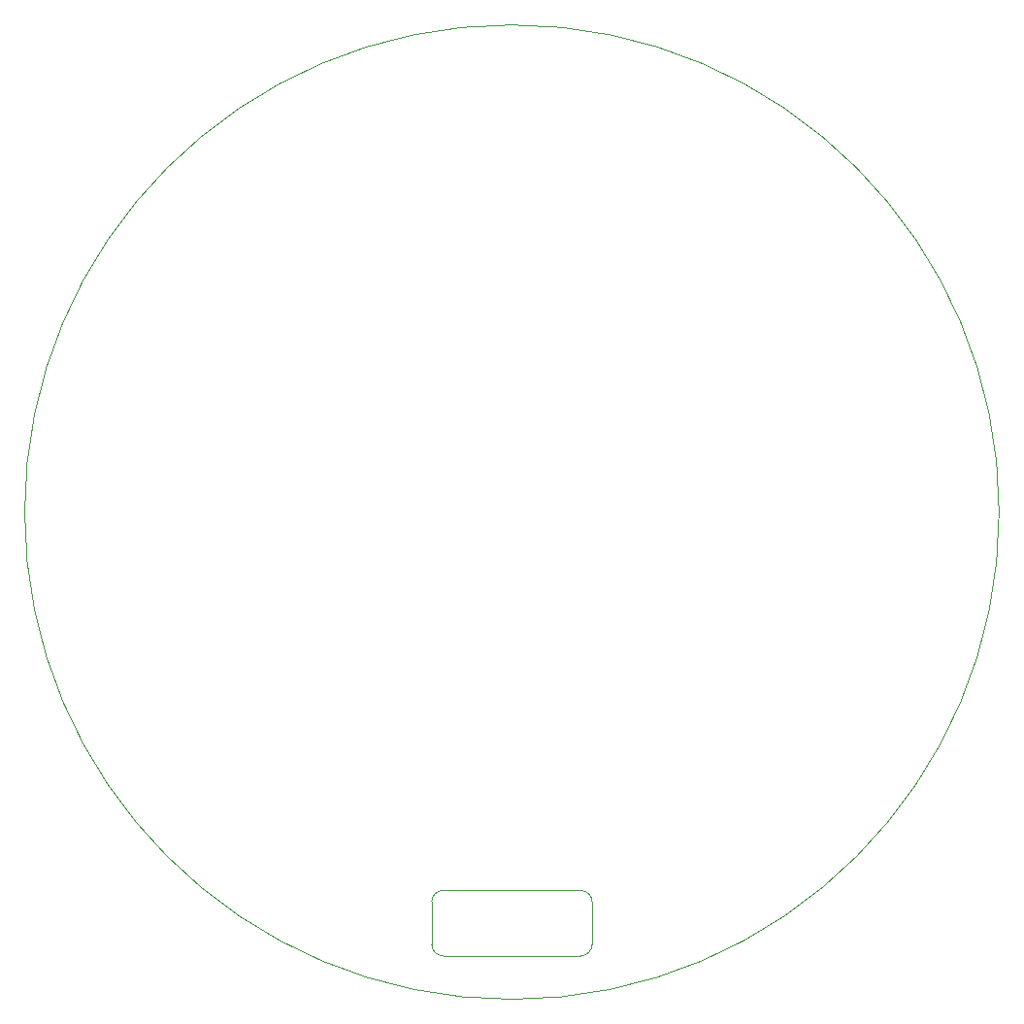
<source format=gbr>
%TF.GenerationSoftware,KiCad,Pcbnew,7.0.11*%
%TF.CreationDate,2025-03-11T10:56:17-07:00*%
%TF.ProjectId,nightLight,6e696768-744c-4696-9768-742e6b696361,rev?*%
%TF.SameCoordinates,Original*%
%TF.FileFunction,Profile,NP*%
%FSLAX46Y46*%
G04 Gerber Fmt 4.6, Leading zero omitted, Abs format (unit mm)*
G04 Created by KiCad (PCBNEW 7.0.11) date 2025-03-11 10:56:17*
%MOMM*%
%LPD*%
G01*
G04 APERTURE LIST*
%TA.AperFunction,Profile*%
%ADD10C,0.050000*%
%TD*%
G04 APERTURE END LIST*
D10*
X185000001Y-76000000D02*
G75*
G03*
X184999999Y-76000000I-1J0D01*
G01*
X184999999Y-76000000D02*
G75*
G03*
X185000001Y-76000000I1J0D01*
G01*
X192500000Y-100000000D02*
G75*
G03*
X107500000Y-100000000I-42500000J0D01*
G01*
X107500000Y-100000000D02*
G75*
G03*
X192500000Y-100000000I42500000J0D01*
G01*
%TO.C,J1*%
X143000000Y-134000000D02*
X143000000Y-137700000D01*
X144000000Y-138700000D02*
X156000000Y-138700000D01*
X156000000Y-133000000D02*
X144000000Y-133000000D01*
X157000000Y-134000000D02*
X157000000Y-137700000D01*
X144000000Y-133000000D02*
G75*
G03*
X143000000Y-134000000I-1J-999999D01*
G01*
X143000000Y-137700000D02*
G75*
G03*
X144000000Y-138700000I999999J-1D01*
G01*
X157000000Y-134000000D02*
G75*
G03*
X156000000Y-133000000I-1000000J0D01*
G01*
X156000000Y-138700000D02*
G75*
G03*
X157000000Y-137700000I0J1000000D01*
G01*
%TD*%
M02*

</source>
